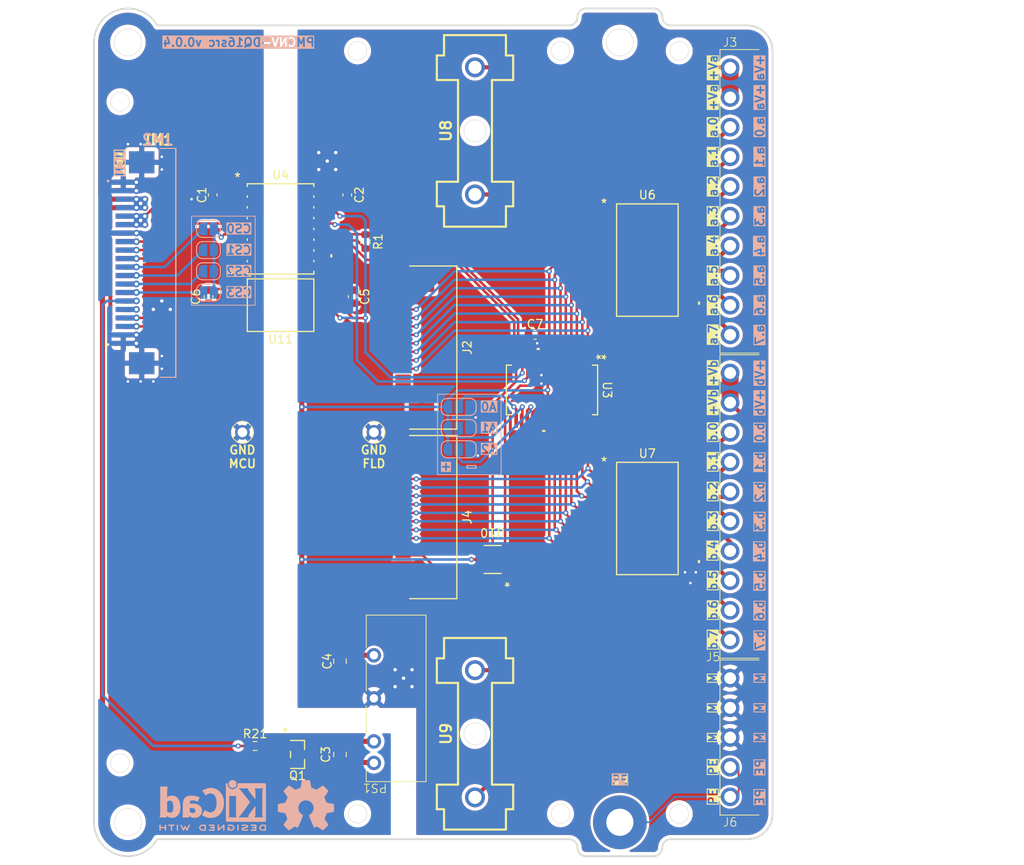
<source format=kicad_pcb>
(kicad_pcb (version 20241229) (generator "pcbnew") (generator_version "9.0")
  (title_block (title "${article} v${version}"))
  (layers (0 "F.Cu" signal) (2 "B.Cu" signal) (13 "F.Paste" user) (15 "B.Paste" user) (5 "F.SilkS" user "F.Silkscreen") (7 "B.SilkS" user "B.Silkscreen") (1 "F.Mask" user) (3 "B.Mask" user) (25 "Edge.Cuts" user))
  (property "article" "PMCNV-DQ16src")
  (property "version" "0.0.4")
  (net 0 "")
  (net 1 "GND_MCU")
  (net 2 "+3.3V_MCU")
  (net 3 "+5V_CNV")
  (net 4 "/CS0_MCU")
  (net 5 "/CS1_MCU")
  (net 6 "/CS3_MCU")
  (net 9 "+5V_MCU")
  (net 10 "GND_CNV")
  (net 11 "/a.0_in")
  (net 12 "/b.0_in")
  (net 13 "/b.7_in")
  (net 14 "/b.5_in")
  (net 15 "/a.2_in")
  (net 16 "/b.6_in")
  (net 17 "/a.3_in")
  (net 18 "/a.5_in")
  (net 19 "/a.7_in")
  (net 20 "/b.2_in")
  (net 21 "/b.1_in")
  (net 22 "/b.4_in")
  (net 23 "/a.4_in")
  (net 24 "/a.6_in")
  (net 25 "/b.3_in")
  (net 26 "/a.1_in")
  (net 27 "/a.1_out")
  (net 28 "/a.3_out")
  (net 29 "/a.0_out")
  (net 30 "/a.7_out")
  (net 31 "/a.6_out")
  (net 32 "/a.4_out")
  (net 33 "/a.2_out")
  (net 34 "/a.5_out")
  (net 35 "/b.3_out")
  (net 36 "/b.5_out")
  (net 37 "/b.4_out")
  (net 38 "/b.2_out")
  (net 39 "/b.0_out")
  (net 40 "/b.1_out")
  (net 41 "/b.7_out")
  (net 42 "/b.6_out")
  (net 44 "/PE")
  (net 45 "+V_a")
  (net 46 "+V_b")
  (net 47 "Net-(U6-VCC)")
  (net 48 "Net-(U7-VCC)")
  (net 50 "/SCK_MCU")
  (net 51 "/CS_LED")
  (net 52 "/MOSI_CNV")
  (net 53 "/MISO_CNV")
  (net 54 "/SCK_CNV")
  (net 55 "/CS_CNV")
  (net 56 "/A0")
  (net 57 "/A1")
  (net 58 "/A2")
  (net 59 "/CS2_MCU")
  (net 60 "/MOSI_MCU")
  (net 61 "/MISO_MCU")
  (net 62 "/SDA_MCU")
  (net 63 "/SCL_MCU")
  (net 64 "/CS_MCU")
  (net 67 "Net-(PS1-GND)")
  (net 68 "/RST")
  (net 69 "Net-(Q1-G)")
  (net 70 "Net-(JM1-Pin_5)")
  (footprint "kicad_inventree_lib:15EDGRC-3.5-05P" (layer "F.Cu") (at 100 143 90)
    (property "Reference" "J6")
    (property "Value" "15EDGRC-3.5-05P")
  )
  (footprint "kicad_inventree_lib:SOP18-P-375-1p27_TOS-M" (layer "F.Cu") (at 90.24 79.68)
    (property "Reference" "U6")
    (property "Value" "TBD62783AFG")
  )
  (footprint "kicad_inventree_lib:15EDGRC-3.5-10P" (layer "F.Cu") (at 100 124.5 90)
    (property "Reference" "J5")
    (property "Value" "15EDGRC-3.5-10P")
  )
  (footprint "kicad_inventree_lib:15EDGRC-3.5-10P" (layer "F.Cu") (at 100 88.5 90)
    (property "Reference" "J3")
    (property "Value" "15EDGRC-3.5-10P")
  )
  (footprint "kicad_inventree_lib:MountingHole_M3" (layer "F.Cu") (at 29 146)
    (property "Reference" "H3" (hide yes))
    (property "Value" "MountingHole_M3")
    (fp_circle (center 0 0) (end 1.6 0) (stroke (width 0.05)) (fill no) (layer "Edge.Cuts"))
  )
  (footprint "kicad_inventree_lib:649-Series-Holder" (layer "F.Cu") (at 69.92 64.44 90)
    (property "Reference" "U8")
    (property "Value" "64900001039" (hide yes))
    (fp_circle (center 0 0) (end 1.3 0) (stroke (width 0.05)) (fill no) (layer "Edge.Cuts"))
  )
  (footprint "kicad_inventree_lib:PM-ESP32C3_v0.0.5" (layer "F.Cu") (at 25.073729 100)
    (property "Reference" "U1" (hide yes))
    (property "Value" "~" (hide yes))
    (fp_circle (center 3 -39) (end 4.1 -39) (stroke (width 0.05)) (fill no) (layer "Edge.Cuts"))
    (fp_circle (center 3 39) (end 4.1 39) (stroke (width 0.05)) (fill no) (layer "Edge.Cuts"))
    (fp_circle (center 31 -45) (end 32.1 -45) (stroke (width 0.05)) (fill no) (layer "Edge.Cuts"))
    (fp_circle (center 31 45) (end 32.1 45) (stroke (width 0.05)) (fill no) (layer "Edge.Cuts"))
  )
  (footprint "Capacitor_SMD:C_0603_1608Metric" (layer "F.Cu") (at 77 88.5 180)
    (property "Reference" "C7")
    (property "Value" "100nF")
  )
  (footprint "kicad_inventree_lib:DBV6-M" (layer "F.Cu") (at 72 115 180)
    (property "Reference" "U10")
    (property "Value" "SN74LVC2G14DBVR")
  )
  (footprint "Capacitor_SMD:C_0603_1608Metric" (layer "F.Cu") (at 39 72 -90)
    (property "Reference" "C1")
    (property "Value" "100nF")
  )
  (footprint "Capacitor_SMD:C_0805_2012Metric" (layer "F.Cu") (at 54 138 90)
    (property "Reference" "C3")
    (property "Value" "4.7uF")
  )
  (footprint "kicad_inventree_lib:649-Series-Holder" (layer "F.Cu") (at 69.92 135.56 -90)
    (property "Reference" "U9")
    (property "Value" "64900001039" (hide yes))
    (fp_circle (center 0 0) (end 1.3 0) (stroke (width 0.05)) (fill no) (layer "Edge.Cuts"))
  )
  (footprint "kicad_inventree_lib:CONN10_AFA07-S12_JUS" (layer "F.Cu") (at 65 110 90)
    (property "Reference" "J4")
    (property "Value" "AFA07-S12FCC-00")
  )
  (footprint "Capacitor_SMD:C_0805_2012Metric" (layer "F.Cu") (at 54 127 -90)
    (property "Reference" "C4")
    (property "Value" "10uF")
  )
  (footprint "kicad_inventree_lib:MountingHole_M3" (layer "F.Cu") (at 87 54)
    (property "Reference" "H2" (hide yes))
    (property "Value" "MountingHole_M3")
    (fp_circle (center 0 0) (end 1.6 0) (stroke (width 0.05)) (fill no) (layer "Edge.Cuts"))
  )
  (footprint "Resistor_SMD:R_0603_1608Metric" (layer "F.Cu") (at 44 137)
    (property "Reference" "R21")
    (property "Value" "100R")
  )
  (footprint "kicad_inventree_lib:PM_LED-xx-v0.0.1" (layer "F.Cu") (at 90 100)
    (property "Reference" "SP1" (hide yes))
    (property "Value" "~")
    (fp_circle (center -10 -45) (end -8.9 -45) (stroke (width 0.05)) (fill no) (layer "Edge.Cuts"))
    (fp_circle (center -10 45) (end -8.9 45) (stroke (width 0.05)) (fill no) (layer "Edge.Cuts"))
    (fp_circle (center 4 -45) (end 5.1 -45) (stroke (width 0.05)) (fill no) (layer "Edge.Cuts"))
    (fp_circle (center 4 45) (end 5.1 45) (stroke (width 0.05)) (fill no) (layer "Edge.Cuts"))
  )
  (footprint "kicad_inventree_lib:SOP18-P-375-1p27_TOS-M" (layer "F.Cu") (at 90.24 110.16)
    (property "Reference" "U7")
    (property "Value" "TBD62783AFG")
  )
  (footprint "kicad_inventree_lib:2N7002K_ONS" (layer "F.Cu") (at 49 138)
    (property "Reference" "Q1")
    (property "Value" "2N7002K")
  )
  (footprint "kicad_inventree_lib:SOICW8_CLG" (layer "F.Cu") (at 47 85)
    (property "Reference" "U11")
    (property "Value" "CA-IS3021G")
  )
  (footprint "kicad_inventree_lib:B2405LS-1WR3" (layer "F.Cu") (at 58 131.38 90)
    (property "Reference" "PS1")
    (property "Value" "5V/5V")
  )
  (footprint "kicad_inventree_lib:SSOP28_MC_MCH" (layer "F.Cu") (at 79 95 -90)
    (property "Reference" "U3")
    (property "Value" "MCP23017_SS")
  )
  (footprint "kicad_inventree_lib:SOIC16-WBW_CLG" (layer "F.Cu") (at 47 76)
    (property "Reference" "U4")
    (property "Value" "CA-IS3741HW")
  )
  (footprint "kicad_inventree_lib:CONN10_AFA07-S12_JUS" (layer "F.Cu") (at 65 90 90)
    (property "Reference" "J2")
    (property "Value" "AFA07-S12FCC-00")
  )
  (footprint "kicad_inventree_lib:MountingHole_M3" (layer "F.Cu") (at 29 54)
    (property "Reference" "H1" (hide yes))
    (property "Value" "MountingHole_M3")
    (fp_circle (center 0 0) (end 1.6 0) (stroke (width 0.05)) (fill no) (layer "Edge.Cuts"))
  )
  (footprint "Capacitor_SMD:C_0603_1608Metric" (layer "F.Cu") (at 38.5 84 -90)
    (property "Reference" "C6")
    (property "Value" "100nF")
  )
  (footprint "Resistor_SMD:R_0603_1608Metric" (layer "F.Cu") (at 57 77.5 90)
    (property "Reference" "R1")
    (property "Value" "10k")
  )
  (footprint "kicad_inventree_lib:AFA07S20FCA00" (layer "F.Cu") (at 32 80 90)
    (property "Reference" "JM1")
    (property "Value" "AFA07-S20FCC-00" (hide yes))
  )
  (footprint "Capacitor_SMD:C_0603_1608Metric" (layer "F.Cu") (at 54.855 72 -90)
    (property "Reference" "C2")
    (property "Value" "100nF")
  )
  (footprint "kicad_inventree_lib:PE" (layer "F.Cu") (at 87 146)
    (property "Reference" "PE1" (hide yes))
    (property "Value" "PE")
  )
  (footprint "kicad_inventree_lib:5117" (layer "F.Cu") (at 42.5 100)
    (property "Reference" "U2" (hide yes))
    (property "Value" "5117" (hide yes))
  )
  (footprint "kicad_inventree_lib:5117" (layer "F.Cu") (at 58 100)
    (property "Reference" "U5" (hide yes))
    (property "Value" "5117" (hide yes))
  )
  (footprint "Capacitor_SMD:C_0603_1608Metric" (layer "F.Cu") (at 55.5 84 -90)
    (property "Reference" "C5")
    (property "Value" "100nF")
  )
  (footprint "kicad_inventree_lib:SolderJumper-3_P1.3mm_Open_RoundedPad1.0x1.5mm" (layer "B.Cu") (at 68 97 180)
    (property "Reference" "JP5" (hide yes))
    (property "Value" "SolderJumper_3_Open")
  )
  (footprint "Jumper:SolderJumper-2_P1.3mm_Open_RoundedPad1.0x1.5mm" (layer "B.Cu") (at 38.5 76)
    (property "Reference" "JP1" (hide yes))
    (property "Value" "SolderJumper_2_Open")
  )
  (footprint "Symbol:KiCad-Logo2_5mm_SilkScreen" (layer "B.Cu") (at 39 144 180)
    (property "Reference" "kicad_logo" (hide yes))
    (property "Value" "KiCad-Logo2_5mm_SilkScreen" (hide yes))
  )
  (footprint "Jumper:SolderJumper-2_P1.3mm_Open_RoundedPad1.0x1.5mm" (layer "B.Cu") (at 38.5 78.5)
    (property "Reference" "JP2" (hide yes))
    (property "Value" "SolderJumper_2_Open")
  )
  (footprint "Symbol:OSHW-Symbol_6.7x6mm_SilkScreen" (layer "B.Cu") (at 50 144 180)
    (property "Reference" "oshw_logo" (hide yes))
    (property "Value" "OSHW-Symbol_6.7x6mm_SilkScreen" (hide yes))
  )
  (footprint "kicad_inventree_lib:AFA07S20FCA00" (layer "B.Cu") (at 32 80 -90)
    (property "Reference" "JM2")
    (property "Value" "AFA07-S20FCC-00" (hide yes))
  )
  (footprint "kicad_inventree_lib:SolderJumper-3_P1.3mm_Open_RoundedPad1.0x1.5mm" (layer "B.Cu") (at 68 99.5 180)
    (property "Reference" "JP6" (hide yes))
    (property "Value" "SolderJumper_3_Open")
  )
  (footprint "kicad_inventree_lib:SolderJumper-3_P1.3mm_Open_RoundedPad1.0x1.5mm" (layer "B.Cu") (at 68 102 180)
    (property "Reference" "JP7" (hide yes))
    (property "Value" "SolderJumper_3_Open")
  )
  (footprint "Jumper:SolderJumper-2_P1.3mm_Open_RoundedPad1.0x1.5mm" (layer "B.Cu") (at 38.5 81)
    (property "Reference" "JP3" (hide yes))
    (property "Value" "SolderJumper_2_Open")
  )
  (footprint "Jumper:SolderJumper-2_P1.3mm_Open_RoundedPad1.0x1.5mm" (layer "B.Cu") (at 38.5 83.5)
    (property "Reference" "JP4" (hide yes))
    (property "Value" "SolderJumper_2_Open")
  )
  (gr_rect (start 36.5 74.5) (end 44 85) (stroke (width 0.1)) (fill no) (layer "B.SilkS"))
  (gr_rect (start 65.5 95.5) (end 73 105) (stroke (width 0.1)) (fill no) (layer "B.SilkS"))
  (gr_line (start 81 148) (end 32.4641 148) (stroke (width 0.2)) (layer "Edge.Cuts"))
  (gr_arc (start 83 150) (mid 82.292893 149.707107) (end 82 149) (stroke (width 0.2)) (layer "Edge.Cuts"))
  (gr_arc (start 25 54) (mid 26.171573 51.171573) (end 29 50) (stroke (width 0.2)) (layer "Edge.Cuts"))
  (gr_arc (start 29 50) (mid 31.001917 50.537006) (end 32.466314 52.003836) (stroke (width 0.2)) (layer "Edge.Cuts"))
  (gr_line (start 102 52) (end 93 52) (stroke (width 0.2)) (layer "Edge.Cuts"))
  (gr_arc (start 81 148) (mid 81.707107 148.292893) (end 82 149) (stroke (width 0.2)) (layer "Edge.Cuts"))
  (gr_line (start 93 148) (end 102 148) (stroke (width 0.2)) (layer "Edge.Cuts"))
  (gr_arc (start 91 50) (mid 91.707107 50.292893) (end 92 51) (stroke (width 0.2)) (layer "Edge.Cuts"))
  (gr_line (start 83 150) (end 91 150) (stroke (width 0.2)) (layer "Edge.Cuts"))
  (gr_arc (start 82 51) (mid 82.292893 50.292893) (end 83 50) (stroke (width 0.2)) (layer "Edge.Cuts"))
  (gr_arc (start 92 149) (mid 92.292893 148.292893) (end 93 148) (stroke (width 0.2)) (layer "Edge.Cuts"))
  (gr_arc (start 105 145) (mid 104.12132 147.12132) (end 102 148) (stroke (width 0.2)) (layer "Edge.Cuts"))
  (gr_line (start 105 55) (end 105 145) (stroke (width 0.2)) (layer "Edge.Cuts"))
  (gr_line (start 25 54) (end 25 146) (stroke (width 0.2)) (layer "Edge.Cuts"))
  (gr_arc (start 93 52) (mid 92.292893 51.707107) (end 92 51) (stroke (width 0.2)) (layer "Edge.Cuts"))
  (gr_arc (start 102 52) (mid 104.12132 52.87868) (end 105 55) (stroke (width 0.2)) (layer "Edge.Cuts"))
  (gr_line (start 91 50) (end 83 50) (stroke (width 0.2)) (layer "Edge.Cuts"))
  (gr_line (start 32.472973 52) (end 81 52) (stroke (width 0.2)) (layer "Edge.Cuts"))
  (gr_arc (start 32.464101 148) (mid 27.964724 149.863703) (end 25 146) (stroke (width 0.2)) (layer "Edge.Cuts"))
  (gr_arc (start 92 149) (mid 91.707107 149.707107) (end 91 150) (stroke (width 0.2)) (layer "Edge.Cuts"))
  (gr_arc (start 82 51) (mid 81.707107 51.707107) (end 81 52) (stroke (width 0.2)) (layer "Edge.Cuts"))
  (gr_text "+Va" (at 98 60.5 90) (layer "F.SilkS" knockout) (effects (font (size 1 1) (thickness 0.2) (bold yes))))
  (gr_text "+Vb" (at 98 93 90) (layer "F.SilkS" knockout) (effects (font (size 1 1) (thickness 0.2) (bold yes))))
  (gr_text "a.6" (at 98 85 90) (layer "F.SilkS" knockout) (effects (font (size 1 1) (thickness 0.2) (bold yes))))
  (gr_text "a.3" (at 98 74.5 90) (layer "F.SilkS" knockout) (effects (font (size 1 1) (thickness 0.2) (bold yes))))
  (gr_text "a.4" (at 98 78 90) (layer "F.SilkS" knockout) (effects (font (size 1 1) (thickness 0.2) (bold yes))))
  (gr_text "+Va" (at 98 57 90) (layer "F.SilkS" knockout) (effects (font (size 1 1) (thickness 0.2) (bold yes))))
  (gr_text "PE" (at 98 143 90) (layer "F.SilkS" knockout) (effects (font (size 1 1) (thickness 0.2) (bold yes))))
  (gr_text "M" (at 98 129 90) (layer "F.SilkS" knockout) (effects (font (size 1 1) (thickness 0.2) (bold yes))))
  (gr_text "M" (at 98 132.5 90) (layer "F.SilkS" knockout) (effects (font (size 1 1) (thickness 0.2) (bold yes))))
  (gr_text "a.7" (at 98 88.5 90) (layer "F.SilkS" knockout) (effects (font (size 1 1) (thickness 0.2) (bold yes))))
  (gr_text "b.7" (at 98 124.5 90) (layer "F.SilkS" knockout) (effects (font (size 1 1) (thickness 0.2) (bold yes))))
  (gr_text "b.3" (at 98 110.5 90) (layer "F.SilkS" knockout) (effects (font (size 1 1) (thickness 0.2) (bold yes))))
  (gr_text "PE" (at 98 139.5 90) (layer "F.SilkS" knockout) (effects (font (size 1 1) (thickness 0.2) (bold yes))))
  (gr_text "b.4" (at 98 114 90) (layer "F.SilkS" knockout) (effects (font (size 1 1) (thickness 0.2) (bold yes))))
  (gr_text "a.0" (at 98 64 90) (layer "F.SilkS" knockout) (effects (font (size 1 1) (thickness 0.2) (bold yes))))
  (gr_text "PE" (at 87 141 0) (layer "F.SilkS" knockout) (effects (font (size 1 1) (thickness 0.2) (bold yes))))
  (gr_text "a.1" (at 98 67.5 90) (layer "F.SilkS" knockout) (effects (font (size 1 1) (thickness 0.2) (bold yes))))
  (gr_text "a.2" (at 98 71 90) (layer "F.SilkS" knockout) (effects (font (size 1 1) (thickness 0.2) (bold yes))))
  (gr_text "b.2" (at 98 107 90) (layer "F.SilkS" knockout) (effects (font (size 1 1) (thickness 0.2) (bold yes))))
  (gr_text "a.5" (at 98 81.5 90) (layer "F.SilkS" knockout) (effects (font (size 1 1) (thickness 0.2) (bold yes))))
  (gr_text "b.5" (at 98 117.5 90) (layer "F.SilkS" knockout) (effects (font (size 1 1) (thickness 0.2) (bold yes))))
  (gr_text "M" (at 98 136 90) (layer "F.SilkS" knockout) (effects (font (size 1 1) (thickness 0.2) (bold yes))))
  (gr_text "+Vb" (at 98 96.5 90) (layer "F.SilkS" knockout) (effects (font (size 1 1) (thickness 0.2) (bold yes))))
  (gr_text "GND\nMCU" (at 42.5 101.5 0) (layer "F.SilkS") (effects (font (size 1 1) (thickness 0.2)) (justify top)))
  (gr_text "b.0" (at 98 100 90) (layer "F.SilkS" knockout) (effects (font (size 1 1) (thickness 0.2) (bold yes))))
  (gr_text "GND\nFLD" (at 58 101.5 0) (layer "F.SilkS") (effects (font (size 1 1) (thickness 0.2)) (justify top)))
  (gr_text "MCU" (at 27.5 66.5 90) (layer "F.SilkS" knockout) (effects (font (size 1 1) (thickness 0.2) (bold yes)) (justify right top)))
  (gr_text "b.1" (at 98 103.5 90) (layer "F.SilkS" knockout) (effects (font (size 1 1) (thickness 0.2) (bold yes))))
  (gr_text "b.6" (at 98 121 90) (layer "F.SilkS" knockout) (effects (font (size 1 1) (thickness 0.2) (bold yes))))
  (gr_text "+Va" (at 103.5 60.5 90) (layer "B.SilkS" knockout) (effects (font (size 1 1) (thickness 0.2) (bold yes)) (justify mirror)))
  (gr_text "a.6" (at 103.5 85 90) (layer "B.SilkS" knockout) (effects (font (size 1 1) (thickness 0.2) (bold yes)) (justify mirror)))
  (gr_text "a.4" (at 103.5 78 90) (layer "B.SilkS" knockout) (effects (font (size 1 1) (thickness 0.2) (bold yes)) (justify mirror)))
  (gr_text "a.0" (at 103.5 64 90) (layer "B.SilkS" knockout) (effects (font (size 1 1) (thickness 0.2) (bold yes)) (justify mirror)))
  (gr_text "CS1" (at 40.5 78.5 0) (layer "B.SilkS" knockout) (effects (font (size 1 1) (thickness 0.2) (bold yes)) (justify right mirror)))
  (gr_text "b.1" (at 103.5 103.5 90) (layer "B.SilkS" knockout) (effects (font (size 1 1) (thickness 0.2) (bold yes)) (justify mirror)))
  (gr_text "+Va" (at 103.5 57 90) (layer "B.SilkS" knockout) (effects (font (size 1 1) (thickness 0.2) (bold yes)) (justify mirror)))
  (gr_text "M" (at 103.5 129 90) (layer "B.SilkS" knockout) (effects (font (size 1 1) (thickness 0.2) (bold yes)) (justify mirror)))
  (gr_text "M" (at 103.5 136 90) (layer "B.SilkS" knockout) (effects (font (size 1 1) (thickness 0.2) (bold yes)) (justify mirror)))
  (gr_text "CS2" (at 40.5 81 0) (layer "B.SilkS" knockout) (effects (font (size 1 1) (thickness 0.2) (bold yes)) (justify right mirror)))
  (gr_text "MCU" (at 27.5 66.5 90) (layer "B.SilkS" knockout) (effects (font (size 1 1) (thickness 0.2) (bold yes)) (justify left top mirror)))
  (gr_text "-" (at 69.5 104 0) (layer "B.SilkS" knockout) (effects (font (size 1 1) (thickness 0.2) (bold yes)) (justify mirror)))
  (gr_text "CS0" (at 40.5 76 0) (layer "B.SilkS" knockout) (effects (font (size 1 1) (thickness 0.2) (bold yes)) (justify right mirror)))
  (gr_text "+Vb" (at 103.5 93 90) (layer "B.SilkS" knockout) (effects (font (size 1 1) (thickness 0.2) (bold yes)) (justify mirror)))
  (gr_text "b.5" (at 103.5 117.5 90) (layer "B.SilkS" knockout) (effects (font (size 1 1) (thickness 0.2) (bold yes)) (justify mirror)))
  (gr_text "a.3" (at 103.5 74.5 90) (layer "B.SilkS" knockout) (effects (font (size 1 1) (thickness 0.2) (bold yes)) (justify mirror)))
  (gr_text "b.3" (at 103.5 110.5 90) (layer "B.SilkS" knockout) (effects (font (size 1 1) (thickness 0.2) (bold yes)) (justify mirror)))
  (gr_text "+Vb" (at 103.5 96.5 90) (layer "B.SilkS" knockout) (effects (font (size 1 1) (thickness 0.2) (bold yes)) (justify mirror)))
  (gr_text "b.6" (at 103.5 121 90) (layer "B.SilkS" knockout) (effects (font (size 1 1) (thickness 0.2) (bold yes)) (justify mirror)))
  (gr_text "a.1" (at 103.5 67.5 90) (layer "B.SilkS" knockout) (effects (font (size 1 1) (thickness 0.2) (bold yes)) (justify mirror)))
  (gr_text "A2" (at 70.5 102 0) (layer "B.SilkS" knockout) (effects (font (size 1 1) (thickness 0.2) (bold yes)) (justify right mirror)))
  (gr_text "b.2" (at 103.5 107 90) (layer "B.SilkS" knockout) (effects (font (size 1 1) (thickness 0.2) (bold yes)) (justify mirror)))
  (gr_text "M" (at 103.5 132.5 90) (layer "B.SilkS" knockout) (effects (font (size 1 1) (thickness 0.2) (bold yes)) (justify mirror)))
  (gr_text "PE" (at 103.5 139.5 90) (layer "B.SilkS" knockout) (effects (font (size 1 1) (thickness 0.2) (bold yes)) (justify mirror)))
  (gr_text "A1" (at 70.5 99.5 0) (layer "B.SilkS" knockout) (effects (font (size 1 1) (thickness 0.2) (bold yes)) (justify right mirror)))
  (gr_text "b.7" (at 103.5 124.5 90) (layer "B.SilkS" knockout) (effects (font (size 1 1) (thickness 0.2) (bold yes)) (justify mirror)))
  (gr_text "${article} v${version}" (at 33 54 0) (layer "B.SilkS" knockout) (effects (font (size 1 1) (thickness 0.2) (bold yes)) (justify right mirror)))
  (gr_text "+" (at 66.5 104 0) (layer "B.SilkS" knockout) (effects (font (size 1 1) (thickness 0.2) (bold yes)) (justify mirror)))
  (gr_text "a.2" (at 103.5 71 90) (layer "B.SilkS" knockout) (effects (font (size 1 1) (thickness 0.2) (bold yes)) (justify mirror)))
  (gr_text "a.7" (at 103.5 88.5 90) (layer "B.SilkS" knockout) (effects (font (size 1 1) (thickness 0.2) (bold yes)) (justify mirror)))
  (gr_text "CS3" (at 40.5 83.5 0) (layer "B.SilkS" knockout) (effects (font (size 1 1) (thickness 0.2) (bold yes)) (justify right mirror)))
  (gr_text "PE" (at 103.5 143 90) (layer "B.SilkS" knockout) (effects (font (size 1 1) (thickness 0.2) (bold yes)) (justify mirror)))
  (gr_text "b.4" (at 103.5 114 90) (layer "B.SilkS" knockout) (effects (font (size 1 1) (thickness 0.2) (bold yes)) (justify mirror)))
  (gr_text "PE" (at 87 141 -0) (layer "B.SilkS" knockout) (effects (font (size 1 1) (thickness 0.2) (bold yes)) (justify mirror)))
  (gr_text "b.0" (at 103.5 100 90) (layer "B.SilkS" knockout) (effects (font (size 1 1) (thickness 0.2) (bold yes)) (justify mirror)))
  (gr_text "a.5" (at 103.5 81.5 90) (layer "B.SilkS" knockout) (effects (font (size 1 1) (thickness 0.2) (bold yes)) (justify mirror)))
  (gr_text "A0" (at 70.5 97 0) (layer "B.SilkS" knockout) (effects (font (size 1 1) (thickness 0.2) (bold yes)) (justify right mirror)))
  (via (at 30.5 66) (size 0.6) (drill 0.3) (layers "F.Cu" "B.Cu") (net 1))
  (via (at 30 89.5) (size 0.8) (drill 0.4) (layers "F.Cu" "B.Cu") (net 1))
  (via (at 30 71.5) (size 0.8) (drill 0.4) (layers "F.Cu" "B.Cu") (net 1))
  (via (at 36.5 72.5) (size 0.6) (drill 0.3) (layers "F.Cu" "B.Cu") (net 1))
  (via (at 29 94) (size 0.6) (drill 0.3) (layers "F.Cu" "B.Cu") (net 1))
  (via (at 32 94) (size 0.6) (drill 0.3) (layers "F.Cu" "B.Cu") (net 1))
  (via (at 30.5 94) (size 0.6) (drill 0.3) (layers "F.Cu" "B.Cu") (net 1))
  (via (at 30 88.5) (size 0.8) (drill 0.4) (layers "F.Cu" "B.Cu") (net 1))
  (via (at 29 66) (size 0.6) (drill 0.3) (layers "F.Cu" "B.Cu") (net 1))
  (via (at 30 76.5) (size 0.8) (drill 0.4) (layers "F.Cu" "B.Cu") (net 1))
  (via (at 30 70.5) (size 0.8) (drill 0.4) (layers "F.Cu" "B.Cu") (net 1))
  (via (at 33 91) (size 0.6) (drill 0.3) (layers "F.Cu" "B.Cu") (net 1))
  (via (at 33 67.5) (size 0.6) (drill 0.3) (layers "F.Cu" "B.Cu") (net 1))
  (via (at 32 85.5) (size 0.8) (drill 0.4) (layers "F.Cu" "B.Cu") (net 1))
  (via (at 32 66) (size 0.6) (drill 0.3) (layers "F.Cu" "B.Cu") (net 1))
  (via (at 33 92.5) (size 0.6) (drill 0.3) (layers "F.Cu" "B.Cu") (net 1))
  (via (at 33 84.5) (size 0.8) (drill 0.4) (layers "F.Cu" "B.Cu") (net 1))
  (via (at 33 69) (size 0.6) (drill 0.3) (layers "F.Cu" "B.Cu") (net 1))
  (via (at 34 85.5) (size 0.8) (drill 0.4) (layers "F.Cu" "B.Cu") (net 1))
  (segment (start 34.275 71.225) (end 39 71.225) (width 0.3) (layer "F.Cu") (net 2))
  (segment (start 30 74.5) (end 30 75.5) (width 0.6) (layer "F.Cu") (net 2))
  (segment (start 34.275 71.225) (end 31 74.5) (width 0.3) (layer "F.Cu") (net 2))
  (segment (start 28.454 75.5) (end 30 75.5) (width 0.6) (layer "F.Cu") (net 2))
  (segment (start 38.5 83.225) (end 39.275 83.225) (width 0.3) (layer "F.Cu") (net 2))
  (segment (start 28.454 74.5) (end 30 74.5) (width 0.6) (layer "F.Cu") (net 2))
  (segment (start 43.951 77.746) (end 42.522 79.175) (width 0.3) (layer "F.Cu") (net 2))
  (segment (start 43.951 77.5) (end 43.951 80.7592) (width 0.3) (layer "F.Cu") (net 2))
  (segment (start 30 75.5) (end 31 75.5) (width 0.6) (layer "F.Cu") (net 2))
  (segment (start 43.951 77.5) (end 43.951 77.746) (width 0.3) (layer "F.Cu") (net 2))
  (segment (start 43.951 72.951) (end 43.951 77.5) (width 0.3) (layer "F.Cu") (net 2))
  (segment (start 42.522 79.175) (end 42.174 79.175) (width 0.3) (layer "F.Cu") (net 2))
  (segment (start 39.405 83.095) (end 41.6152 83.095) (width 0.3) (layer "F.Cu") (net 2))
  (segment (start 39 71.225) (end 39.775 71.225) (width 0.3) (layer "F.Cu") (net 2))
  (segment (start 31 74.5) (end 30 74.5) (width 0.6) (layer "F.Cu") (net 2))
  (segment (start 42.555 71.555) (end 43.951 72.951) (width 0.3) (layer "F.Cu") (net 2))
  (segment (start 40.105 71.555) (end 42.174 71.555) (width 0.3) (layer "F.Cu") (net 2))
  (segment (start 31 75.5) (end 31 74.5) (width 0.6) (layer "F.Cu") (net 2))
  (segment (start 43.951 80.7592) (end 41.6152 83.095) (width 0.3) (layer "F.Cu") (net 2))
  (segment (start 39.775 71.225) (end 40.105 71.555) (width 0.3) (layer "F.Cu") (net 2))
  (segment (start 39.275 83.225) (end 39.405 83.095) (width 0.3) (layer "F.Cu") (net 2))
  (via (at 31 75.5) (size 0.8) (drill 0.4) (layers "F.Cu" "B.Cu") (net 2))
  (via (at 30 74.5) (size 0.8) (drill 0.4) (layers "F.Cu" "B.Cu") (net 2))
  (via (at 30 75.5) (size 0.8) (drill 0.4) (layers "F.Cu" "B.Cu") (net 2))
  (via (at 31 74.5) (size 0.8) (drill 0.4) (layers "F.Cu" "B.Cu") (net 2))
  (segment (start 30 75.5) (end 28.454 75.5) (width 0.6) (layer "B.Cu") (net 2))
  (segment (start 30 74.5) (end 28.454 74.5) (width 0.6) (layer "B.Cu") (net 2))
  (segment (start 31 74.5) (end 30 74.5) (width 0.6) (layer "B.Cu") (net 2))
  (segment (start 30 75.5) (end 31 75.5) (width 0.6) (layer "B.Cu") (net 2))
  (segment (start 30 74.5) (end 30 75.5) (width 0.6) (layer "B.Cu") (net 2))
  (segment (start 31 74.5) (end 31 75.5) (width 0.6) (layer "B.Cu") (net 2))
  (segment (start 49.5 123.5) (end 49.5 84) (width 0.6) (layer "F.Cu") (net 3))
  (segment (start 51.826 79.175) (end 49.825 79.175) (width 0.6) (layer "F.Cu") (net 3))
  (segment (start 55.37 83.095) (end 55.5 83.225) (width 0.6) (layer "F.Cu") (net 3))
  (segment (start 70.53315 115) (end 69.5 115) (width 0.3) (layer "F.Cu") (net 3))
  (segment (start 78.025001 88.750001) (end 77.775 88.5) (width 0.4) (layer "F.Cu") (net 3))
  (segment (start 52.3848 83.095) (end 55.37 83.095) (width 0.6) (layer "F.Cu") (net 3))
  (segment (start 78.5 92.842897) (end 78.5 95.8571) (width 0.3) (layer "F.Cu") (net 3))
  (segment (start 49.5 77) (end 49.5 73.3476) (width 0.6) (layer "F.Cu") (net 3))
  (segment (start 49.5 79.5) (end 49.5 77) (width 0.6) (layer "F.Cu") (net 3))
  (segment (start 54.25 126.3) (end 54 126.05) (width 0.6) (layer "F.Cu") (net 3))
  (segment (start 76.725001 97.632099) (end 76.725001 98.627801) (width 0.3) (layer "F.Cu") (net 3))
  (segment (start 52.3848 83.095) (end 50.405 83.095) (width 0.6) (layer "F.Cu") (net 3))
  (segment (start 49.5 84) (end 49.5 73.5) (width 0.6) (layer "F.Cu") (net 3))
  (segment (start 49.825 79.175) (end 49.5 79.5) (width 0.6) (layer "F.Cu") (net 3))
  (segment (start 57 78.325) (end 56.0377 77.3627) (width 0.3) (layer "F.Cu") (net 3))
  (segment (start 49.5 73.3476) (end 51.2926 71.555) (width 0.6) (layer "F.Cu") (net 3))
  (segment (start 51.2926 71.555) (end 51.826 71.555) (width 0.6) (layer "F.Cu") (net 3))
  (segment (start 50.405 83.095) (end 49.5 84) (width 0.6) (layer "F.Cu") (net 3))
  (segment (start 56.0377 77.3627) (end 49.8627 77.3627) (width 0.3) (layer "F.Cu") (net 3))
  (segment (start 54 126.05) (end 52.05 126.05) (width 0.6) (layer "F.Cu") (net 3))
  (segment (start 49.8627 77.3627) (end 49.5 77) (width 0.3) (layer "F.Cu") (net 3))
  (segment (start 78.025001 91.372199) (end 78.025001 88.750001) (width 0.3) (layer "F.Cu") (net 3))
  (segment (start 58 126.3) (end 54.25 126.3) (width 0.6) (layer "F.Cu") (net 3))
  (segment (start 78.025001 92.367898) (end 78.5 92.842897) (width 0.3) (layer "F.Cu") (net 3))
  (segment (start 54.855 71.225) (end 52.156 71.225) (width 0.3) (layer "F.Cu") (net 3))
  (segment (start 78.5 95.8571) (end 76.725001 97.632099) (width 0.3) (layer "F.Cu") (net 3))
  (segment (start 78.025001 91.372199) (end 78.025001 92.367898) (width 0.3) (layer "F.Cu") (net 3))
  (segment (start 52.05 126.05) (end 49.5 123.5) (width 0.6) (layer "F.Cu") (net 3))
  (segment (start 52.156 71.225) (end 51.826 71.555) (width 0.3) (layer "F.Cu") (net 3))
  (via (at 49.5 97) (size 0.6) (drill 0.3) (layers "F.Cu" "B.Cu") (net 3))
  (via (at 49.5 115) (size 0.6) (drill 0.3) (layers "F.Cu" "B.Cu") (net 3))
  (via (at 69.5 115) (size 0.6) (drill 0.3) (layers "F.Cu" "B.Cu") (net 3))
  (via (at 78.5 95) (size 0.6) (drill 0.3) (layers "F.Cu" "B.Cu") (net 3))
  (segment (start 69.5 115) (end 49.5 115) (width 0.3) (layer "B.Cu") (net 3))
  (segment (start 78.5 95) (end 78.451 95.049) (width 0.3) (layer "B.Cu") (net 3))
  (segment (start 66.7 96.16219) (end 66.7 97) (width 0.3) (layer "B.Cu") (net 3))
  (segment (start 78.451 95.049) (end 67.81319 95.049) (width 0.3) (layer "B.Cu") (net 3))
  (segment (start 49.5 97) (end 66.7 97) (width 0.3) (layer "B.Cu") (net 3))
  (segment (start 66.7 97) (end 66.7 99.5) (width 0.3) (layer "B.Cu") (net 3))
  (segment (start 67.81319 95.049) (end 66.7 96.16219) (width 0.3) (layer "B.Cu") (net 3))
  (segment (start 66.7 99.5) (end 66.7 102) (width 0.3) (layer "B.Cu") (net 3))
  (segment (start 30 80.5) (end 28.454 80.5) (width 0.6) (layer "F.Cu") (net 4))
  (via (at 30 80.5) (size 0.8) (drill 0.4) (layers "F.Cu" "B.Cu") (net 4))
  (segment (start 33.35 80.5) (end 29.944 80.5) (width 0.3) (layer "B.Cu") (net 4))
  (segment (start 28.454 80.5) (end 30 80.5) (width 0.6) (layer "B.Cu") (net 4))
  (segment (start 37.85 76) (end 33.35 80.5) (width 0.3) (layer "B.Cu") (net 4))
  (segment (start 30 81.5) (end 28.454 81.5) (width 0.6) (layer "F.Cu") (net 5))
  (via (at 30 81.5) (size 0.8) (drill 0.4) (layers "F.Cu" "B.Cu") (net 5))
  (segment (start 29.944 81.5) (end 34.85 81.5) (width 0.3) (layer "B.Cu") (net 5))
  (segment (start 34.85 81.5) (end 37.85 78.5) (width 0.3) (layer "B.Cu") (net 5))
  (segment (start 28.454 81.5) (end 30 81.5) (width 0.6) (layer "B.Cu") (net 5))
  (segment (start 30 83.5) (end 28.454 83.5) (width 0.6) (layer "F.Cu") (net 6))
  (via (at 30 83.5) (size 0.8) (drill 0.4) (layers "F.Cu" "B.Cu") (net 6))
  (segment (start 28.454 83.5) (end 30 83.5) (width 0.6) (layer "B.Cu") (net 6))
  (segment (start 30 83.5) (end 37.85 83.5) (width 0.3) (layer "B.Cu") (net 6))
  (segment (start 31 73.5) (end 30 73.5) (width 0.6) (layer "F.Cu") (net 9))
  (segment (start 30 73.5) (end 28.454 73.5) (width 0.6) (layer "F.Cu") (net 9))
  (segment (start 31 72.5) (end 31 73.5) (width 0.6) (layer "F.Cu") (net 9))
  (segment (start 29.994527 143.599) (end 31.395527 145) (width 0.6) (layer "F.Cu") (net 9))
  (segment (start 26 139.614691) (end 29.984309 143.599) (width 0.6) (layer "F.Cu") (net 9))
  (segment (start 26 73) (end 26 74) (width 0.6) (layer "F.Cu") (net 9))
  (segment (start 31.395527 145) (end 47.95 145) (width 0.6) (layer "F.Cu") (net 9))
  (segment (start 30 72.5) (end 28.454 72.5) (width 0.6) (layer "F.Cu") (net 9))
  (segment (start 29.984309 143.599) (end 29.994527 143.599) (width 0.6) (layer "F.Cu") (net 9))
  (segment (start 26.5 73.5) (end 26 74) (width 0.6) (layer "F.Cu") (net 9))
  (segment (start 30 72.5) (end 31 72.5) (width 0.6) (layer "F.Cu") (net 9))
  (segment (start 54 138.95) (end 57.95 138.95) (width 0.6) (layer "F.Cu") (net 9))
  (segment (start 26 74) (end 26 139.614691) (width 0.6) (layer "F.Cu") (net 9))
  (segment (start 28.454 72.5) (end 26.5 72.5) (width 0.6) (layer "F.Cu") (net 9))
  (segment (start 26.5 72.5) (end 26 73) (width 0.6) (layer "F.Cu") (net 9))
  (segment (start 57.95 138.95) (end 58 139) (width 0.6) (layer "F.Cu") (net 9))
  (segment (start 28.454 73.5) (end 26.5 73.5) (width 0.6) (layer "F.Cu") (net 9))
  (segment (start 47.95 145) (end 54 138.95) (width 0.6) (layer "F.Cu") (net 9))
  (segment (start 30 72.5) (end 30 73.5) (width 0.6) (layer "F.Cu") (net 9))
  (via (at 31 73.5) (size 0.8) (drill 0.4) (layers "F.Cu" "B.Cu") (net 9))
  (via (at 31 72.5) (size 0.8) (drill 0.4) (layers "F.Cu" "B.Cu") (net 9))
  (via (at 30 73.5) (size 0.8) (drill 0.4) (layers "F.Cu" "B.Cu") (net 9))
  (via (at 30 72.5) (size 0.8) (drill 0.4) (layers "F.Cu" "B.Cu") (net 9))
  (segment (start 31 72.5) (end 30 72.5) (width 0.6) (layer "B.Cu") (net 9))
  (segment (start 30 73.5) (end 31 73.5) (width 0.6) (layer "B.Cu") (net 9))
  (segment (start 31 73.5) (end 31 72.5) (width 0.6) (layer "B.Cu") (net 9))
  (segment (start 28.454 73.5) (end 30 73.5) (width 0.6) (layer "B.Cu") (net 9))
  (segment (start 28.454 72.5) (end 30 72.5) (width 0.6) (layer "B.Cu") (net 9))
  (segment (start 30 72.5) (end 30 73.5) (width 0.6) (layer "B.Cu") (net 9))
  (via (at 70.25 102.75) (size 0.6) (drill 0.3) (layers "F.Cu" "B.Cu") (net 10))
  (via (at 51.5 69) (size 0.8) (drill 0.4) (layers "F.Cu" "B.Cu") (net 10))
  (via (at 61.5 129) (size 0.8) (drill 0.4) (layers "F.Cu" "B.Cu") (net 10))
  (via (at 70 98.25) (size 0.6) (drill 0.3) (layers "F.Cu" "B.Cu") (net 10))
  (via (at 77.75 94.25) (size 0.6) (drill 0.3) (layers "F.Cu" "B.Cu") (net 10))
  (via (at 77.75 93.25) (size 0.6) (drill 0.3) (layers "F.Cu" "B.Cu") (net 10))
  (via (at 94.685 116.51) (size 0.6) (drill 0.3) (layers "F.Cu" "B.Cu") (net 10))
  (via (at 53.5 67) (size 0.8) (drill 0.4) (layers "F.Cu" "B.Cu") (net 10))
  (via (at 62.5 130) (size 0.8) (drill 0.4) (layers "F.Cu" "B.Cu") (net 10))
  (via (at 60.5 128) (size 0.8) (drill 0.4) (layers "F.Cu" "B.Cu") (net 10))
  (via (at 53.5 69) (size 0.8) (drill 0.4) (layers "F.Cu" "B.Cu") (net 10))
  (via (at 77.25 89.5) (size 0.6) (drill 0.3) (layers "F.Cu" "B.Cu") (net 10))
  (via (at 60.5 130) (size 0.8) (drill 0.4) (layers "F.Cu" "B.Cu") (net 10))
  (via (at 51.5 67) (size 0.8) (drill 0.4) (layers "F.Cu" "B.Cu") (net 10))
  (via (at 95.955 116.51) (size 0.6) (drill 0.3) (layers "F.Cu" "B.Cu") (net 10))
  (via (at 62.5 128) (size 0.8) (drill 0.4) (layers "F.Cu" "B.Cu") (net 10))
  (via (at 52.5 68) (size 0.8) (drill 0.4) (layers "F.Cu" "B.Cu") (net 10))
  (via (at 95.32 117.78) (size 0.6) (drill 0.3) (layers "F.Cu" "B.Cu") (net 10))
  (segment (start 63 85.5) (end 61.444006 85.5) (width 0.3) (layer "F.Cu") (net 11))
  (segment (start 78.675002 81) (end 78.675002 80.824998) (width 0.3) (layer "F.Cu") (net 11))
  (segment (start 78.675002 80.824998) (end 84.9 74.6) (width 0.3) (layer "F.Cu") (net 11))
  (segment (start 84.9 74.6) (end 85.389202 74.6) (width 0.3) (layer "F.Cu") (net 11))
  (segment (start 78.675002 86) (end 78.675002 81) (width 0.3) (layer "F.Cu") (net 11))
  (segment (start 61.444006 85.5) (end 61.444 85.500006) (width 0.3) (layer "F.Cu") (net 11))
  (segment (start 78.675002 91.372199) (end 78.675002 86) (width 0.3) (layer "F.Cu") (net 11))
  (via (at 63 85.5) (size 0.6) (drill 0.3) (layers "F.Cu" "B.Cu") (net 11))
  (via (at 78.675002 81) (size 0.6) (drill 0.3) (layers "F.Cu" "B.Cu") (net 11))
  (segment (start 67.5 81) (end 63 85.5) (width 0.3) (layer "B.Cu") (net 11))
  (segment (start 78.675002 81) (end 67.5 81) (width 0.3) (layer "B.Cu") (net 11))
  (segment (start 83.225 104.225) (end 83.25 104.25) (width 0.3) (layer "F.Cu") (net 12))
  (segment (start 83.225 98.627801) (end 83.225 104.225) (width 0.3) (layer "F.Cu") (net 12))
  (segment (start 83.25 104.25) (end 84.08 105.08) (width 0.3) (layer "F.Cu") (net 12))
  (segment (start 84.08 105.08) (end 85.389202 105.08) (width 0.3) (layer "F.Cu") (net 12))
  (segment (start 63 105.5) (end 61.444006 105.5) (width 0.3) (layer "F.Cu") (net 12))
  (segment (start 61.444006 105.5) (end 61.444 105.500006) (width 0.3) (layer "F.Cu") (net 12))
  (via (at 83.25 104.25) (size 0.6) (drill 0.3) (layers "F.Cu" "B.Cu") (net 12))
  (via (at 63 105.5) (size 0.6) (drill 0.3) (layers "F.Cu" "B.Cu") (net 12))
  (segment (start 83.25 104.25) (end 82 105.5) (width 0.3) (layer "B.Cu") (net 12))
  (segment (start 82 105.5) (end 63 105.5) (width 0.3) (layer "B.Cu") (net 12))
  (segment (start 78.674999 112.5) (end 80.144999 113.97) (width 0.3) (layer "F.Cu") (net 13))
  (segment (start 80.144999 113.97) (end 85.389202 113.97) (width 0.3) (layer "F.Cu") (net 13))
  (segment (start 61.444002 112.5) (end 61.444 112.499998) (width 0.3) (layer "F.Cu") (net 13))
  (segment (start 63 112.5) (end 61.444002 112.5) (width 0.3) (layer "F.Cu") (net 13))
  (segment (start 78.674999 112.5) (end 78.674999 98.627801) (width 0.3) (layer "F.Cu") (net 13))
  (via (at 78.674999 112.5) (size 0.6) (drill 0.3) (layers "F.Cu" "B.Cu") (net 13))
  (via (at 63 112.5) (size 0.6) (drill 0.3) (layers "F.Cu" "B.Cu") (net 13))
  (segment (start 78.674999 112.5) (end 63 112.5) (width 0.3) (layer "B.Cu") (net 13))
  (segment (start 79.974999 110.474999) (end 80 110.5) (width 0.3) (layer "F.Cu") (net 14))
  (segment (start 80.93 111.43) (end 85.389202 111.43) (width 0.3) (layer "F.Cu") (net 14))
  (segment (start 80 110.5) (end 80.93 111.43) (width 0.3) (layer "F.Cu") (net 14))
  (segment (start 63 110.5) (end 61.444 110.5) (width 0.3) (layer "F.Cu") (net 14))
  (segment (start 79.974999 98.627801) (end 79.974999 110.474999) (width 0.3) (layer "F.Cu") (net 14))
  (via (at 80 110.5) (size 0.6) (drill 0.3) (layers "F.Cu" "B.Cu") (net 14))
  (via (at 63 110.5) (size 0.6) (drill 0.3) (layers "F.Cu" "B.Cu") (net 14))
  (segment (start 80 110.5) (end 63 110.5) (width 0.3) (layer "B.Cu") (net 14))
  (segment (start 63 87.5) (end 61.444002 87.5) (width 0.3) (layer "F.Cu") (net 15))
  (segment (start 84.86 77.14) (end 85.389202 77.14) (width 0.3) (layer "F.Cu") (net 15))
  (segment (start 80 82) (end 84.86 77.14) (width 0.3) (layer "F.Cu") (net 15))
  (segment (start 80 91.347198) (end 80 87) (width 0.3) (layer "F.Cu") (net 15))
  (segment (start 61.444002 87.5) (end 61.444 87.500002) (width 0.3) (layer "F.Cu") (net 15))
  (segment (start 80 87) (end 80 83) (width 0.3) (layer "F.Cu") (net 15))
  (segment (start 80 83) (end 80 82) (width 0.3) (layer "F.Cu") (net 15))
  (via (at 63 87.5) (size 0.6) (drill 0.3) (layers "F.Cu" "B.Cu") (net 15))
  (via (at 80 83) (size 0.6) (drill 0.3) (layers "F.Cu" "B.Cu") (net 15))
  (segment (start 67.5 83) (end 63 87.5) (width 0.3) (layer "B.Cu") (net 15))
  (segment (start 80 83) (end 67.5 83) (width 0.3) (layer "B.Cu") (net 15))
  (segment (start 80.7 112.7) (end 85.389202 112.7) (width 0.3) (layer "F.Cu") (net 16))
  (segment (start 79.325001 111.325001) (end 79.5 111.5) (width 0.3) (layer "F.Cu") (net 16))
  (segment (start 79.325001 98.627801) (end 79.325001 111.325001) (width 0.3) (layer "F.Cu") (net 16))
  (segment (start 79.5 111.5) (end 80.7 112.7) (width 0.3) (layer "F.Cu") (net 16))
  (segment (start 63 111.5) (end 61.444 111.5) (width 0.3) (layer "F.Cu") (net 16))
  (via (at 63 111.5) (size 0.6) (drill 0.3) (layers "F.Cu" "B.Cu") (net 16))
  (via (at 79.5 111.5) (size 0.6) (drill 0.3) (layers "F.Cu" "B.Cu") (net 16))
  (segment (start 79.5 111.5) (end 63 111.5) (width 0.3) (layer "B.Cu") (net 16))
  (segment (start 80.625001 91.372199) (end 80.625001 87.5) (width 0.3) (layer "F.Cu") (net 17))
  (segment (start 84.756602 78.41) (end 85.389202 78.41) (width 0.3) (layer "F.Cu") (net 17))
  (segment (start 80.625001 84) (end 80.625001 82.541601) (width 0.3) (layer "F.Cu") (net 17))
  (segment (start 80.625001 87.5) (end 80.625001 84) (width 0.3) (layer "F.Cu") (net 17))
  (segment (start 80.625001 82.541601) (end 84.756602 78.41) (width 0.3) (layer "F.Cu") (net 17))
  (segment (start 63 88.5) (end 61.444 88.5) (width 0.3) (layer "F.Cu") (net 17))
  (via (at 63 88.5) (size 0.6) (drill 0.3) (layers "F.Cu" "B.Cu") (net 17))
  (via (at 80.625001 84) (size 0.6) (drill 0.3) (layers "F.Cu" "B.Cu") (net 17))
  (segment (start 80.625001 84) (end 67.5 84) (width 0.3) (layer "B.Cu") (net 17))
  (segment (start 67.5 84) (end 63 88.5) (width 0.3) (layer "B.Cu") (net 17))
  (segment (start 63 90.5) (end 61.444 90.5) (width 0.3) (layer "F.Cu") (net 18))
  (segment (start 84.8 80.95) (end 85.389202 80.95) (width 0.3) (layer "F.Cu") (net 18))
  (segment (start 81.925 91.372199) (end 81.925 88.5) (width 0.3) (layer "F.Cu") (net 18))
  (segment (start 81.925 88.5) (end 81.925 86) (width 0.3) (layer "F.Cu") (net 18))
  (segment (start 81.925 86) (end 81.925 83.825) (width 0.3) (layer "F.Cu") (net 18))
  (segment (start 81.925 83.825) (end 84.8 80.95) (width 0.3) (layer "F.Cu") (net 18))
  (via (at 81.925 86) (size 0.6) (drill 0.3) (layers "F.Cu" "B.Cu") (net 18))
  (via (at 63 90.5) (size 0.6) (drill 0.3) (layers "F.Cu" "B.Cu") (net 18))
  (segment (start 67.5 86) (end 63 90.5) (width 0.3) (layer "B.Cu") (net 18))
  (segment (start 81.925 86) (end 67.5 86) (width 0.3) (layer "B.Cu") (net 18))
  (segment (start 83.225 88) (end 83.225 84.775) (width 0.3) (layer "F.Cu") (net 19))
  (segment (start 84.51 83.49) (end 85.389202 83.49) (width 0.3) (layer "F.Cu") (net 19))
  (segment (start 83.225 84.775) (end 84.51 83.49) (width 0.3) (layer "F.Cu") (net 19))
  (segment (start 63 92.5) (end 61.444002 92.5) (width 0.3) (layer "F.Cu") (net 19))
  (segment (start 61.444002 92.5) (end 61.444 92.499998) (width 0.3) (layer "F.Cu") (net 19))
  (segment (start 83.225 89.5) (end 83.225 88) (width 0.3) (layer "F.Cu") (net 19))
  (segment (start 83.225 91.372199) (end 83.225 89.5) (width 0.3) (layer "F.Cu") (net 19))
  (via (at 63 92.5) (size 0.6) (drill 0.3) (layers "F.Cu" "B.Cu") (net 19))
  (via (at 83.225 88) (size 0.6) (drill 0.3) (layers "F.Cu" "B.Cu") (net 19))
  (segment (start 83.225 88) (end 67.5 88) (width 0.3) (layer "B.Cu") (net 19))
  (segment (start 67.5 88) (end 63 92.5) (width 0.3) (layer "B.Cu") (net 19))
  (segment (start 82.5 107.5) (end 82.62 107.62) (width 0.3) (layer "F.Cu") (net 20))
  (segment (start 61.444002 107.5) (end 61.444 107.500002) (width 0.3) (layer "F.Cu") (net 20))
  (segment (start 81.925 106.925) (end 81.925 98.627801) (width 0.3) (layer "F.Cu") (net 20))
  (segment (start 82.5 107.5) (end 81.925 106.925) (width 0.3) (layer "F.Cu") (net 20))
  (segment (start 82.62 107.62) (end 85.389202 107.62) (width 0.3) (layer "F.Cu") (net 20))
  (segment (start 63 107.5) (end 61.444002 107.5) (width 0.3) (layer "F.Cu") (net 20))
  (via (at 82.5 107.5) (size 0.6) (drill 0.3) (layers "F.Cu" "B.Cu") (net 20))
  (via (at 63 107.5) (size 0.6) (drill 0.3) (layers "F.Cu" "B.Cu") (net 20))
  (segment (start 82.5 107.5) (end 63 107.5) (width 0.3) (layer "B.Cu") (net 20))
  (segment (start 82.574999 105.224999) (end 82.574999 98.627801) (width 0.3) (layer "F.Cu") (net 21))
  (segment (start 83.175 105.825) (end 82.574999 105.224999) (width 0.3) (layer "F.Cu") (net 21))
  (segment (start 61.444004 106.5) (end 61.444 106.500004) (width 0.3) (layer "F.Cu") (net 21))
  (segment (start 83.7 106.35) (end 85.389202 106.35) (width 0.3) (layer "F.Cu") (net 21))
  (segment (start 63 106.5) (end 61.444004 106.5) (width 0.3) (layer "F.Cu") (net 21))
  (segment (start 83.175 105.825) (end 83.7 106.35) (width 0.3) (layer "F.Cu") (net 21))
  (via (at 83.175 105.825) (size 0.6) (drill 0.3) (layers "F.Cu" "B.Cu") (net 21))
  (via (at 63 106.5) (size 0.6) (drill 0.3) (layers "F.Cu" "B.Cu") (net 21))
  (segment (start 82.5 106.5) (end 63 106.5) (width 0.3) (layer "B.Cu") (net 21))
  (segment (start 83.175 105.825) (end 82.5 106.5) (width 0.3) (layer "B.Cu") (net 21))
  (segment (start 80.625001 109.625001) (end 81.16 110.16) (width 0.3) (layer "F.Cu") (net 22))
  (segment (start 63 109.5) (end 61.444 109.5) (width 0.3) (layer "F.Cu") (net 22))
  (segment (start 81.16 110.16) (end 85.389202 110.16) (width 0.3) (layer "F.Cu") (net 22))
  (segment (start 80.625001 98.627801) (end 80.625001 109.5) (width 0.3) (layer "F.Cu") (net 22))
  (segment (start 80.625001 109.5) (end 80.625001 109.625001) (width 0.3) (layer "F.Cu") (net 22))
  (via (at 80.625001 109.5) (size 0.6) (drill 0.3) (layers "F.Cu" "B.Cu") (net 22))
  (via (at 63 109.5) (size 0.6) (drill 0.3) (layers "F.Cu" "B.Cu") (net 22))
  (segment (start 80.625001 109.5) (end 63 109.5) (width 0.3) (layer "B.Cu") (net 22))
  (segment (start 81.274999 85) (end 81.274999 83.225001) (width 0.3) (layer "F.Cu") (net 23))
  (segment (start 63 89.5) (end 61.444 89.5) (width 0.3) (layer "F.Cu") (net 23))
  (segment (start 84.82 79.68) (end 85.389202 79.68) (width 0.3) (layer "F.Cu") (net 23))
  (segment (start 81.274999 88) (end 81.274999 85) (width 0.3) (layer "F.Cu") (net 23))
  (segment (start 81.274999 91.372199) (end 81.274999 88) (width 0.3) (layer "F.Cu") (net 23))
  (segment (start 81.274999 83.225001) (end 84.82 79.68) (width 0.3) (layer "F.Cu") (net 23))
  (via (at 81.274999 85) (size 0.6) (drill 0.3) (layers "F.Cu" "B.Cu") (net 23))
  (via (at 63 89.5) (size 0.6) (drill 0.3) (layers "F.Cu" "B.Cu") (net 23))
  (segment (start 81.274999 85) (end 67.5 85) (width 0.3) (layer "B.Cu") (net 23))
  (segment (start 67.5 85) (end 63 89.5) (width 0.3) (layer "B.Cu") (net 23))
  (segment (start 82.574999 87) (end 82.574999 84.175001) (width 0.3) (layer "F.Cu") (net 24))
  (segment (start 82.574999 84.175001) (end 84.53 82.22) (width 0.3) (layer "F.Cu") (net 24))
  (segment (start 84.53 82.22) (end 85.389202 82.22) (width 0.3) (layer "F.Cu") (net 24))
  (segment (start 82.574999 91.372199) (end 82.574999 89) (width 0.3) (layer "F.Cu") (net 24))
  (segment (start 63 91.5) (end 61.444 91.5) (width 0.3) (layer "F.Cu") (net 24))
  (segment (start 82.574999 89) (end 82.574999 87) (width 0.3) (layer "F.Cu") (net 24))
  (via (at 82.574999 87) (size 0.6) (drill 0.3) (layers "F.Cu" "B.Cu") (net 24))
  (via (at 63 91.5) (size 0.6) (drill 0.3) (layers "F.Cu" "B.Cu") (net 24))
  (segment (start 67.5 87) (end 63 91.5) (width 0.3) (layer "B.Cu") (net 24))
  (segment (start 82.574999 87) (end 67.5 87) (width 0.3) (layer "B.Cu") (net 24))
  (segment (start 63 108.5) (end 61.444 108.5) (width 0.3) (layer "F.Cu") (net 25))
  (segment (start 81.274999 98.627801) (end 81.274999 108.274999) (width 0.3) (layer "F.Cu") (net 25))
  (segment (start 81.5 108.5) (end 81.89 108.89) (width 0.3) (layer "F.Cu") (net 25))
  (segment (start 81.274999 108.274999) (end 81.5 108.5) (width 0.3) (layer "F.Cu") (net 25))
  (segment (start 81.89 108.89) (end 85.389202 108.89) (width 0.3) (layer "F.Cu") (net 25))
  (via (at 81.5 108.5) (size 0.6) (drill 0.3) (layers "F.Cu" "B.Cu") (net 25))
  (via (at 63 108.5) (size 0.6) (drill 0.3) (layers "F.Cu" "B.Cu") (net 25))
  (segment (start 81.5 108.5) (end 63 108.5) (width 0.3) (layer "B.Cu") (net 25))
  (segment (start 79.325001 86.5) (end 79.325001 82) (width 0.3) (layer "F.Cu") (net 26))
  (segment (start 61.444004 86.5) (end 61.444 86.500004) (width 0.3) (layer "F.Cu") (net 26))
  (segment (start 79.325001 82) (end 79.325001 81.424999) (width 0.3) (layer "F.Cu") (net 26))
  (segment (start 63 86.5) (end 61.444004 86.5) (width 0.3) (layer "F.Cu") (net 26))
  (segment (start 79.325001 81.424999) (end 84.88 75.87) (width 0.3) (layer "F.Cu") (net 26))
  (segment (start 79.325001 91.372199) (end 79.325001 86.5) (width 0.3) (layer "F.Cu") (net 26))
  (segment (start 84.88 75.87) (end 85.389202 75.87) (width 0.3) (layer "F.Cu") (net 26))
  (via (at 63 86.5) (size 0.6) (drill 0.3) (layers "F.Cu" "B.Cu") (net 26))
  (via (at 79.325001 82) (size 0.6) (drill 0.3) (layers "F.Cu" "B.Cu") (net 26))
  (segment (start 79.325001 82) (end 67.5 82) (width 0.3) (layer "B.Cu") (net 26))
  (segment (start 67.5 82) (end 63 86.5) (width 0.3) (layer "B.Cu") (net 26))
  (segment (start 96.598798 75.4754) (end 96.598798 70.901202) (width 0.5) (layer "F.Cu") (net 27))
  (segment (start 96.204198 75.87) (end 96.598798 75.4754) (width 0.5) (layer "F.Cu") (net 27))
  (segment (start 95.090798 75.87) (end 96.204198 75.87) (width 0.5) (layer "F.Cu") (net 27))
  (segment (start 96.598798 70.901202) (end 100 67.5) (width 0.5) (layer "F.Cu") (net 27))
  (segment (start 95.090798 78.41) (end 96.45159 78.41) (width 0.5) (layer "F.Cu") (net 28))
  (segment (start 100 74.86159) (end 100 74.5) (width 0.5) (layer "F.Cu") (net 28))
  (segment (start 96.45159 78.41) (end 100 74.86159) (width 0.5) (layer "F.Cu") (net 28))
  (segment (start 95.090798 68.909202) (end 100 64) (width 0.5) (layer "F.Cu") (net 29))
  (segment (start 95.090798 74.6) (end 95.090798 68.909202) (width 0.5) (layer "F.Cu") (net 29))
  (segment (start 97.86 84.901202) (end 97.86 86.03) (width 0.5) (layer "F.Cu") (net 30))
  (segment (start 97.86 86.03) (end 100 88.17) (width 0.5) (layer "F.Cu") (net 30))
  (segment (start 100 88.17) (end 100 88.5) (width 0.5) (layer "F.Cu") (net 30))
  (segment (start 96.448798 83.49) (end 97.86 84.901202) (width 0.5) (layer "F.Cu") (net 30))
  (segment (start 95.090798 83.49) (end 96.448798 83.49) (width 0.5) (layer "F.Cu") (net 30))
  (segment (start 97.22 82.22) (end 100 85) (width 0.5) (layer "F.Cu") (net 31))
  (segment (start 95.090798 82.22) (end 97.22 82.22) (width 0.5) (layer "F.Cu") (net 31))
  (segment (start 98.32 79.68) (end 100 78) (width 0.5) (layer "F.Cu") (net 32))
  (segment (start 95.090798 79.68) (end 98.32 79.68) (width 0.5) (layer "F.Cu") (net 32))
  (segment (start 96.448798 77.14) (end 98.25 75.338798) (width 0.5) (layer "F.Cu") (net 33))
  (segment (start 95.090798 77.14) (end 96.448798 77.14) (width 0.5) (layer "F.Cu") (net 33))
  (segment (start 98.25 72.75) (end 100 71) (width 0.5) (layer "F.Cu") (net 33))
  (segment (start 98.25 75.338798) (end 98.25 72.75) (width 0.5) (layer "F.Cu") (net 33))
  (segment (start 99.45 80.95) (end 100 81.5) (width 0.5) (layer "F.Cu") (net 34))
  (segment (start 95.090798 80.95) (end 99.45 80.95) (width 0.5) (layer "F.Cu") (net 34))
  (segment (start 98.39 108.89) (end 100 110.5) (width 0.5) (layer "F.Cu") (net 35))
  (segment (start 95.090798 108.89) (end 98.39 108.89) (width 0.5) (layer "F.Cu") (net 35))
  (segment (start 95.955 111.43) (end 98.25 113.725) (width 0.5) (layer "F.Cu") (net 36))
  (segment (start 95.090798 111.43) (end 95.955 111.43) (width 0.5) (layer "F.Cu") (net 36))
  (segment (start 98.25 115.75) (end 100 117.5) (width 0.5) (layer "F.Cu") (net 36))
  (segment (start 98.25 113.725) (end 98.25 115.75) (width 0.5) (layer "F.Cu") (net 36))
  (segment (start 98.25 111.224874) (end 99.275126 112.25) (width 0.5) (layer "F.Cu") (net 37))
  (segment (start 95.090798 110.16) (end 97.225 110.16) (width 0.5) (layer "F.Cu") (net 37))
  (segment (start 98.25 111.185) (end 98.25 111.224874) (width 0.5) (layer "F.Cu") (net 37))
  (segment (start 100 112.935) (end 100 114) (width 0.5) (layer "F.Cu") (net 37))
  (segment (start 99.315 112.25) (end 100 112.935) (width 0.5) (layer "F.Cu") (net 37))
  (segment (start 97.225 110.16) (end 98.25 111.185) (width 0.5) (layer "F.Cu") (net 37))
  (segment (start 99.275126 112.25) (end 99.315 112.25) (width 0.5) (layer "F.Cu") (net 37))
  (segment (start 95.090798 107.62) (end 99.38 107.62) (width 0.5) (layer "F.Cu") (net 38))
  (segment (start 99.38 107.62) (end 100 107) (width 0.5) (layer "F.Cu") (net 38))
  (segment (start 95.090798 105.08) (end 95.090798 104.909202) (width 0.5) (layer "F.Cu") (net 39))
  (segment (start 95.090798 104.909202) (end 100 100) (width 0.5) (layer "F.Cu") (net 39))
  (segment (start 95.090798 106.35) (end 97.15 106.35) (width 0.5) (layer "F.Cu") (net 40))
  (segment (start 97.15 106.35) (end 100 103.5) (width 0.5) (layer "F.Cu") (net 40))
  (segment (start 93.582798 114.3646) (end 93.582798 118.082798) (width 0.5) (layer "F.Cu") (net 41))
  (segment (start 93.582798 118.082798) (end 100 124.5) (width 0.5) (layer "F.Cu") (net 41))
  (segment (start 95.090798 113.97) (end 93.977398 113.97) (width 0.5) (layer "F.Cu") (net 41))
  (segment (start 93.977398 113.97) (end 93.582798 114.3646) (width 0.5) (layer "F.Cu") (net 41))
  (segment (start 97.35 114.097792) (end 97.35 118.35) (width 0.5) (layer "F.Cu") (net 42))
  (segment (start 97.35 118.35) (end 100 121) (width 0.5) (layer "F.Cu") (net 42))
  (segment (start 95.952208 112.7) (end 97.35 114.097792) (width 0.5) (layer "F.Cu") (net 42))
  (segment (start 95.090798 112.7) (end 95.952208 112.7) (width 0.5) (layer "F.Cu") (net 42))
  (segment (start 101 139.5) (end 101 143) (width 0.2) (layer "F.Cu") (net 44))
  (segment (start 93.4767 143) (end 101 143) (width 0.2) (layer "B.Cu") (net 44))
  (segment (start 90.4767 146) (end 93.4767 143) (width 0.2) (layer "B.Cu") (net 44))
  (segment (start 87 146) (end 90.4767 146) (width 0.2) (layer "B.Cu") (net 44))
  (segment (start 100 57) (end 100 60.5) (width 2) (layer "F.Cu") (net 45))
  (segment (start 69.98 57) (end 69.92 56.94) (width 0.5) (layer "F.Cu") (net 45))
  (segment (start 69.92 56.94) (end 99.94 56.94) (width 0.5) (layer "F.Cu") (net 45))
  (segment (start 99.94 56.94) (end 100 57) (width 0.5) (layer "F.Cu") (net 45))
  (segment (start 101.724874 126.25) (end 102.94 125.034874) (width 0.5) (layer "F.Cu") (net 46))
  (segment (start 100 93) (end 100 96.5) (width 2) (layer "F.Cu") (net 46))
  (segment (start 86.73 126.25) (end 101.724874 126.25) (width 0.5) (layer "F.Cu") (net 46))
  (segment (start 102.94 99.44) (end 100 96.5) (width 0.5) (layer "F.Cu") (net 46))
  (segment (start 69.92 143.06) (end 86.73 126.25) (width 0.5) (layer "F.Cu") (net 46))
  (segment (start 102.94 125.034874) (end 102.94 99.44) (width 0.5) (layer "F.Cu") (net 46))
  (segment (start 86.897202 84.61) (end 86.747202 84.76) (width 0.5) (layer "F.Cu") (net 47))
  (segment (start 69.92 71.94) (end 85.112602 71.94) (width 0.5) (layer "F.Cu") (net 47))
  (segment (start 85.112602 71.94) (end 86.897202 73.7246) (width 0.5) (layer "F.Cu") (net 47))
  (segment (start 86.747202 84.76) (end 85.389202 84.76) (width 0.5) (layer "F.Cu") (net 47))
  (segment (start 86.897202 73.7246) (end 86.897202 84.61) (width 0.5) (layer "F.Cu") (net 47))
  (segment (start 72.569202 128.06) (end 85.389202 115.24) (width 0.5) (layer "F.Cu") (net 48))
  (segment (start 69.92 128.06) (end 72.569202 128.06) (width 0.5) (layer "F.Cu") (net 48))
  (segment (start 30 79.5) (end 28.454 79.5) (width 0.6) (layer "F.Cu") (net 50))
  (segment (start 30.865 79.5) (end 30 79.5) (width 0.3) (layer "F.Cu") (net 50))
  (segment (start 42.174 75.365) (end 35 75.365) (width 0.3) (layer "F.Cu") (net 50))
  (segment (start 35 75.365) (end 30.865 79.5) (width 0.3) (layer "F.Cu") (net 50))
  (via (at 30 79.5) (size 0.8) (drill 0.4) (layers "F.Cu" "B.Cu") (net 50))
  (segment (start 28.454 79.5) (end 30 79.5) (width 0.6) (layer "B.Cu") (net 50))
  (segment (start 61.444 113.499996) (end 69.983147 113.499996) (width 0.3) (layer "F.Cu") (net 51))
  (segment (start 69.983147 113.499996) (end 70.53315 114.049999) (width 0.3) (layer "F.Cu") (net 51))
  (segment (start 53.595 74.095) (end 54 74.5) (width 0.3) (layer "F.Cu") (net 52))
  (segment (start 55.529112 86.529112) (end 53.365 84.365) (width 0.3) (layer "F.Cu") (net 52))
  (segment (start 75.5 91.447198) (end 75.425001 91.372199) (width 0.3) (layer "F.Cu") (net 52))
  (segment (start 51.826 74.095) (end 53.595 74.095) (width 0.3) (layer "F.Cu") (net 52))
  (segment (start 57 86.5) (end 56.970888 86.529112) (width 0.3) (layer "F.Cu") (net 52))
  (segment (start 56.970888 86.529112) (end 55.529112 86.529112) (width 0.3) (layer "F.Cu") (net 52))
  (segment (start 75.5 93) (end 75.5 91.447198) (width 0.3) (layer "F.Cu") (net 52))
  (segment (start 53.365 84.365) (end 52.3848 84.365) (width 0.3) (layer "F.Cu") (net 52))
  (via (at 75.5 93) (size 0.6) (drill 0.3) (layers "F.Cu" "B.Cu") (net 52))
  (via (at 54 74.5) (size 0.6) (drill 0.3) (layers "F.Cu" "B.Cu") (net 52))
  (via (at 57 86.5) (size 0.6) (drill 0.3) (layers "F.Cu" "B.Cu") (net 52))
  (segment (start 59.941776 93.5) (end 57.970888 91.529112) (width 0.3) (layer "B.Cu") (net 52))
  (segment (start 57 90.558224) (end 57.970888 91.529112) (width 0.3) (layer "B.Cu") (net 52))
  (segment (start 57 75) (end 57 90.558224) (width 0.3) (layer "B.Cu") (net 52))
  (segment (start 75 93.5) (end 59.941776 93.5) (width 0.3) (layer "B.Cu") (net 52))
  (segment (start 75.5 93) (end 75 93.5) (width 0.3) (layer "B.Cu") (net 52))
  (segment (start 54 74.5) (end 56.5 74.5) (width 0.3) (layer "B.Cu") (net 52))
  (segment (start 56.5 74.5) (end 57 75) (width 0.3) (layer "B.Cu") (net 52))
  (segment (start 71.205101 116.75) (end 66.009998 116.75) (width 0.3) (layer "F.Cu") (net 53))
  (segment (start 74.775002 91.372199) (end 74.775002 93.974998) (width 0.3) (layer "F.Cu") (net 53))
  (segment (start 74.549 86.86181) (end 74.549 88.757632) (width 0.3) (layer "F.Cu") (net 53))
  (segment (start 74.775002 93.974998) (end 72 96.75) (width 0.3) (layer "F.Cu") (net 53))
  (segment (start 74.549 88.757632) (end 74.775002 88.983634) (width 0.3) (layer "F.Cu") (net 53))
  (segment (start 72 115.955101) (end 71.205101 116.75) (width 0.3) (layer "F.Cu") (net 53))
  (segment (start 67.343595 79.656405) (end 74.549 86.86181) (width 0.3) (layer "F.Cu") (net 53))
  (segment (start 57.142341 79.656405) (end 67.343595 79.656405) (width 0.3) (layer "F.Cu") (net 53))
  (segment (start 74.775002 88.983634) (end 74.775002 91.372199) (width 0.3) (layer "F.Cu") (net 53))
  (segment (start 51.826 77.905) (end 55.390936 77.905) (width 0.3) (layer "F.Cu") (net 53))
  (segment (start 55.390936 77.905) (end 57.142341 79.656405) (width 0.3) (layer "F.Cu") (net 53))
  (segment (start 66.009998 116.75) (end 63.759992 114.499994) (width 0.3) (layer "F.Cu") (net 53))
  (segment (start 63.759992 114.499994) (end 61.444 114.499994) (width 0.3) (layer "F.Cu") (net 53))
  (segment (start 72 96.75) (end 72 115.955101) (width 0.3) (layer "F.Cu") (net 53))
  (segment (start 53.265 75.365) (end 53.4 75.5) (width 0.3) (layer "F.Cu") (net 54))
  (segment (start 51.826 75.365) (end 53.265 75.365) (width 0.3) (layer "F.Cu") (net 54))
  (segment (start 52.3848 85.635) (end 53.135 85.635) (width 0.3) (layer "F.Cu") (net 54))
  (segment (start 76.101 91.398197) (end 76.075002 91.372199) (width 0.3) (layer "F.Cu") (net 54))
  (segment (start 53.135 85.635) (end 54 86.5) (width 0.3) (layer "F.Cu") (net 54))
  (segment (start 75.75 93.9) (end 76.101 93.549) (width 0.3) (layer "F.Cu") (net 54))
  (segment (start 76.101 93.549) (end 76.101 91.398197) (width 0.3) (layer "F.Cu") (net 54))
  (via (at 54 86.5) (size 0.6) (drill 0.3) (layers "F.Cu" "B.Cu") (net 54))
  (via (at 53.4 75.5) (size 0.6) (drill 0.3) (layers "F.Cu" "B.Cu") (net 54))
  (via (at 75.75 93.9) (size 0.6) (drill 0.3) (layers "F.Cu" "B.Cu") (net 54))
  (segment (start 56 91.5) (end 58.5 94) (width 0.3) (layer "B.Cu") (net 54))
  (segment (start 56 76.5) (end 56 86.5) (width 0.3) (layer "B.Cu") (net 54))
  (segment (start 58.5 94) (end 75.55912 94) (width 0.3) (layer "B.Cu") (net 54))
  (segment (start 54 86.5) (end 56 86.5) (width 0.3) (layer "B.Cu") (net 54))
  (segment (start 53.4 75.5) (end 55 75.5) (width 0.3) (layer "B.Cu") (net 54))
  (segment (start 55 75.5) (end 56 76.5) (width 0.3) (layer "B.Cu") (net 54))
  (segment (start 75.55912 94) (end 75.65912 93.9) (width 0.3) (layer "B.Cu") (net 54))
  (segment (start 75.65912 93.9) (end 75.75 93.9) (width 0.3) (layer "B.Cu") (net 54))
  (segment (start 56 86.5) (end 56 91.5) (width 0.3) (layer "B.Cu") (net 54))
  (segment (start 57.675 76.675) (end 60.205405 79.205405) (width 0.3) (layer "F.Cu") (net 55))
  (segment (start 73.46685 96.28315) (end 73.46685 114.049999) (width 0.3) (layer "F.Cu") (net 55))
  (segment (start 76.5 94.5) (end 75.25 94.5) (width 0.3) (layer "F.Cu") (net 55))
  (segment (start 76.725001 90.295823) (end 76.725001 91.372199) (width 0.3) (layer "F.Cu") (net 55))
  (segment (start 76.725001 91.372199) (end 76.725001 94.274999) (width 0.3) (layer "F.Cu") (net 55))
  (segment (start 75.25 94.5) (end 73.46685 96.28315) (width 0.3) (layer "F.Cu") (net 55))
  (segment (start 75 86.675) (end 75 88.570822) (width 0.3) (layer "F.Cu") (net 55))
  (segment (start 60.205405 79.205405) (end 67.530405 79.205405) (width 0.3) (layer "F.Cu") (net 55))
  (segment (start 57 76.675) (end 57.675 76.675) (width 0.3) (layer "F.Cu") (net 55))
  (segment (start 67.530405 79.205405) (end 75 86.675) (width 0.3) (layer "F.Cu") (net 55))
  (segment (start 76.725001 94.274999) (end 76.5 94.5) (width 0.3) (layer "F.Cu") (net 55))
  (segment (start 75 88.570822) (end 76.725001 90.295823) (width 0.3) (layer "F.Cu") (net 55))
  (segment (start 56.96 76.635) (end 57 76.675) (width 0.3) (layer "F.Cu") (net 55))
  (segment (start 51.826 76.635) (end 56.96 76.635) (width 0.3) (layer "F.Cu") (net 55))
  (segment (start 74.775 97.275) (end 74.775 98.627801) (width 0.3) (layer "F.Cu") (net 56))
  (segment (start 74.5 97) (end 74.775 97.275) (width 0.3) (layer "F.Cu") (net 56))
  (via (at 74.5 97) (size 0.6) (drill 0.3) (layers "F.Cu" "B.Cu") (net 56))
  (segment (start 68 96.496538) (end 68 97) (width 0.3) (layer "B.Cu") (net 56))
  (segment (start 73.25 95.75) (end 68.746538 95.75) (width 0.3) (layer "B.Cu") (net 56))
  (segment (start 68.746538 95.75) (end 68 96.496538) (width 0.3) (layer "B.Cu") (net 56))
  (segment (start 74.5 97) (end 73.25 95.75) (width 0.3) (layer "B.Cu") (net 56))
  (segment (start 75.5 97) (end 75.5 98.552802) (width 0.3) (layer "F.Cu") (net 57))
  (segment (start 75.5 98.552802) (end 75.425001 98.627801) (width 0.3) (layer "F.Cu") (net 57))
  (via (at 75.5 97) (size 0.6) (drill 0.3) (layers "F.Cu" "B.Cu") (net 57))
  (segment (start 71.894 100.606) (end 75.5 97) (width 0.3) (layer "B.Cu") (net 57))
  (segment (start 68.056 100.606) (end 71.894 100.606) (width 0.3) (layer "B.Cu") (net 57))
  (segment (start 68 100.55) (end 68.056 100.606) (width 0.3) (layer "B.Cu") (net 57))
  (segment (start 68 99.5) (end 68 100.55) (width 0.3) (layer "B.Cu") (net 57))
  (segment (start 76.5 97) (end 76.075 97.425) (width 0.3) (layer "F.Cu") (net 58))
  (segment (start 76.075 97.425) (end 76.075 98.627801) (width 0.3) (layer "F.Cu") (net 58))
  (via (at 76.5 97) (size 0.6) (drill 0.3) (layers "F.Cu" "B.Cu") (net 58))
  (segment (start 68 103.05) (end 68.45 103.5) (width 0.3) (layer "B.Cu") (net 58))
  (segment (start 70.5 103.5) (end 76.5 97.5) (width 0.3) (layer "B.Cu") (net 58))
  (segment (start 68 102) (end 68 103.05) (width 0.3) (layer "B.Cu") (net 58))
  (segment (start 76.5 97.5) (end 76.5 97) (width 0.3) (layer "B.Cu") (net 58))
  (segment (start 68.45 103.5) (end 70.5 103.5) (width 0.3) (layer "B.Cu") (net 58))
  (segment (start 30 82.5) (end 28.454 82.5) (width 0.6) (layer "F.Cu") (net 59))
  (via (at 30 82.5) (size 0.8) (drill 0.4) (layers "F.Cu" "B.Cu") (net 59))
  (segment (start 28.454 82.5) (end 30 82.5) (width 0.6) (layer "B.Cu") (net 59))
  (segment (start 36.350002 82.499998) (end 29.944 82.499998) (width 0.3) (layer "B.Cu") (net 59))
  (segment (start 37.85 81) (end 36.350002 82.499998) (width 0.3) (layer "B.Cu") (net 59))
  (segment (start 42.174 74.095) (end 34.405 74.095) (width 0.3) (layer "F.Cu") (net 60))
  (segment (start 42.1232 74.095) (end 42.1232 74.1863) (width 0.3) (layer "F.Cu") (net 60))
  (segment (start 34.405 74.095) (end 31 77.5) (width 0.3) (layer "F.Cu") (net 60))
  (segment (start 30 77.5) (end 28.454 77.5) (width 0.6) (layer "F.Cu") (net 60))
  (segment (start 31 77.5) (end 30 77.5) (width 0.3) (layer "F.Cu") (net 60))
  (via (at 30 77.5) (size 0.8) (drill 0.4) (layers "F.Cu" "B.Cu") (net 60))
  (segment (start 28.454 77.5) (end 30 77.5) (width 0.6) (layer "B.Cu") (net 60))
  (segment (start 42.1232 77.905) (end 42.809 77.905) (width 0.3) (layer "F.Cu") (net 61))
  (segment (start 42.809 77.905) (end 43.5 77.214) (width 0.3) (layer "F.Cu") (net 61))
  (segment (start 42.6216 77.905) (end 42.1232 77.905) (width 0.2) (layer "F.Cu") (net 61))
  (segment (start 34.8627 74.6373) (end 31 78.5) (width 0.3) (layer "F.Cu") (net 61))
  (segment (start 29.991364 78.5) (end 29.5 78.5) (width 0.3) (layer "F.Cu") (net 61))
  (segment (start 43.5 77.214) (end 43.5 75) (width 0.3) (layer "F.Cu") (net 61))
  (segment (start 31 78.5) (end 30 78.5) (width 0.3) (layer "F.Cu") (net 61))
  (segment (start 43.1373 74.6373) (end 34.8627 74.6373) (width 0.3) (layer "F.Cu") (net 61))
  (segment (start 30 78.5) (end 28.454 78.5) (width 0.6) (layer "F.Cu") (net 61))
  (segment (start 43.5 75) (end 43.1373 74.6373) (width 0.3) (layer "F.Cu") (net 61))
  (via (at 30 78.5) (size 0.8) (drill 0.4) (layers "F.Cu" "B.Cu") (net 61))
  (segment (start 28.454 78.5) (end 30 78.5) (width 0.6) (layer "B.Cu") (net 61))
  (segment (start 41.0437 84.365) (end 38.9087 86.5) (width 0.3) (layer "F.Cu") (net 62))
  (segment (start 41.6152 84.365) (end 41.0437 84.365) (width 0.3) (layer "F.Cu") (net 62))
  (segment (start 30 86.5) (end 28.454 86.5) (width 0.6) (layer "F.Cu") (net 62))
  (segment (start 38.9087 86.5) (end 30 86.5) (width 0.3) (layer "F.Cu") (net 62))
  (via (at 30 86.5) (size 0.8) (drill 0.4) (layers "F.Cu" "B.Cu") (net 62))
  (segment (start 28.454 86.5) (end 30 86.5) (width 0.6) (layer "B.Cu") (net 62))
  (segment (start 39.1787 87.5) (end 30 87.5) (width 0.3) (layer "F.Cu") (net 63))
  (segment (start 41.0437 85.635) (end 39.1787 87.5) (width 0.3) (layer "F.Cu") (net 63))
  (segment (start 30 87.5) (end 28.454 87.5) (width 0.6) (layer "F.Cu") (net 63))
  (segment (start 41.6152 85.635) (end 41.0437 85.635) (width 0.3) (layer "F.Cu") (net 63))
  (via (at 30 87.5) (size 0.8) (drill 0.4) (layers "F.Cu" "B.Cu") (net 63))
  (segment (start 28.454 87.5) (end 30 87.5) (width 0.6) (layer "B.Cu") (net 63))
  (segment (start 42.174 76.635) (end 40.365 76.635) (width 0.3) (layer "F.Cu") (net 64))
  (segment (start 40.365 76.635) (end 40 77) (width 0.3) (layer "F.Cu") (net 64))
  (via (at 40 77) (size 0.6) (drill 0.3) (layers "F.Cu" "B.Cu") (net 64))
  (segment (start 40 76.85) (end 39.15 76) (width 0.3) (layer "B.Cu") (net 64))
  (segment (start 39 75.85) (end 39.15 76) (width 0.3) (layer "B.Cu") (net 64))
  (segment (start 39.15 83.5) (end 39.15 80) (width 0.3) (layer "B.Cu") (net 64))
  (segment (start 40 77) (end 40 76.85) (width 0.3) (layer "B.Cu") (net 64))
  (segment (start 39.15 80) (end 39.15 76) (width 0.3) (layer "B.Cu") (net 64))
  (segment (start 54 137.05) (end 51.13745 137.05) (width 0.6) (layer "F.Cu") (net 67))
  (segment (start 54.59 136.46) (end 54 137.05) (width 0.6) (layer "F.Cu") (net 67))
  (segment (start 51.13745 137.05) (end 50.18745 138) (width 0.6) (layer "F.Cu") (net 67))
  (segment (start 58 136.46) (end 54.59 136.46) (width 0.6) (layer "F.Cu") (net 67))
  (segment (start 42 137) (end 43.175 137) (width 0.3) (layer "F.Cu") (net 68))
  (segment (start 28.454 84.5) (end 30 84.5) (width 0.6) (layer "F.Cu") (net 68))
  (via (at 30 84.5) (size 0.8) (drill 0.4) (layers "F.Cu" "B.Cu") (net 68))
  (via (at 42 137) (size 0.6) (drill 0.3) (layers "F.Cu" "B.Cu") (net 68))
  (segment (start 26.5 84.5) (end 26 85) (width 0.3) (layer "B.Cu") (net 68))
  (segment (start 30 84.5) (end 28.454 84.5) (width 0.6) (layer "B.Cu") (net 68))
  (segment (start 32 137) (end 42 137) (width 0.3) (layer "B.Cu") (net 68))
  (segment (start 26 131) (end 32 137) (width 0.3) (layer "B.Cu") (net 68))
  (segment (start 28.454 84.5) (end 26.5 84.5) (width 0.3) (layer "B.Cu") (net 68))
  (segment (start 26 85) (end 26 131) (width 0.3) (layer "B.Cu") (net 68))
  (segment (start 44.8725 137.0475) (end 44.825 137) (width 0.6) (layer "F.Cu") (net 69))
  (segment (start 47.81255 137.0475) (end 44.8725 137.0475) (width 0.6) (layer "F.Cu") (net 69))
  (segment (start 28.454 85.5) (end 30 85.5) (width 0.6) (layer "F.Cu") (net 70))
  (via (at 30 85.5) (size 0.8) (drill 0.4) (layers "F.Cu" "B.Cu") (net 70))
  (segment (start 30 85.5) (end 28.454 85.5) (width 0.6) (layer "B.Cu") (net 70))
  (zone (net 10) (net_name "GND_CNV") (layers "F.Cu" "B.Cu") (connect_pads (clearance 0.3)) (min_thickness 0.25) (fill yes (thermal_gap 0.5) (thermal_bridge_width 0.6))
    (polygon (pts (xy 49 49) (xy 105.48 49.2) (xy 105.48 150.8) (xy 63 151) (xy 63 132.5) (xy 49 132.5)))
  )
  (zone (net 1) (net_name "GND_MCU") (layers "F.Cu" "B.Cu") (priority 1) (connect_pads (clearance 0.4)) (min_thickness 0.25) (fill yes (thermal_gap 0.5) (thermal_bridge_width 0.6))
    (polygon (pts (xy 45 135.5) (xy 60 135.5) (xy 60 151) (xy 25 151) (xy 24.2 49.2) (xy 45 49)))
  )
)
</source>
